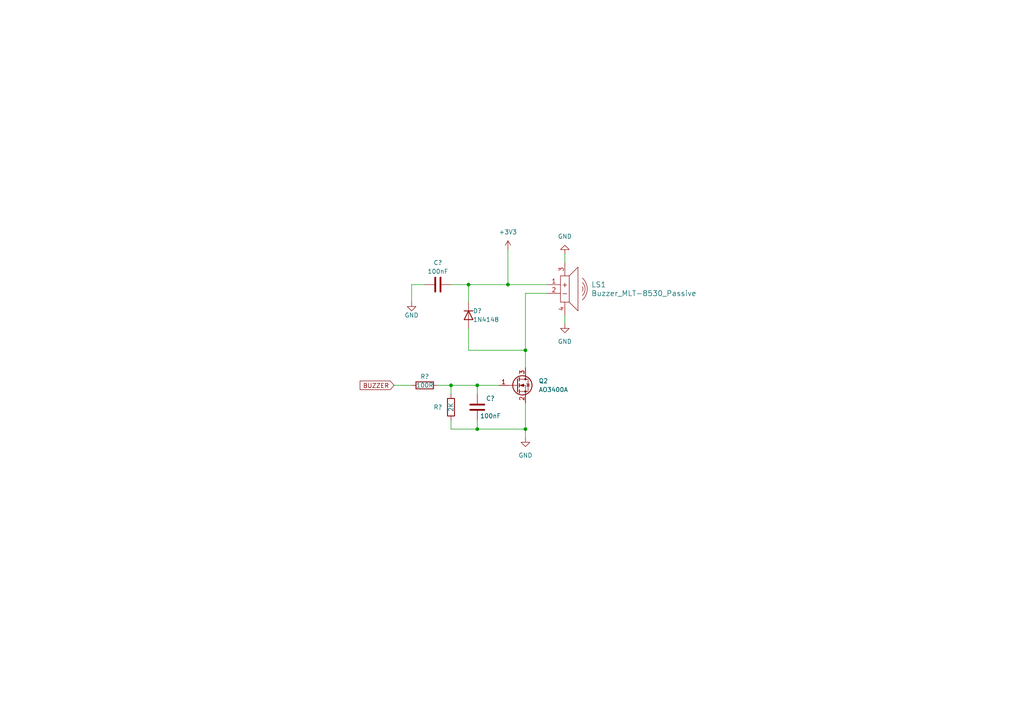
<source format=kicad_sch>
(kicad_sch (version 20230121) (generator eeschema)

  (uuid 6b9cdc44-a138-4526-8c0e-9acdf5e9f937)

  (paper "A4")

  (title_block
    (title "ChronoVolt_Control")
    (date "2023-10-08")
    (rev "0.3")
    (company "Final Resolution")
  )

  (lib_symbols
    (symbol "ChronoVolt_Lib:Buzzer_MLT-8530_Passive" (pin_names (offset 1.016)) (in_bom yes) (on_board yes)
      (property "Reference" "LS2" (at 6.35 1.27 0)
        (effects (font (size 1.524 1.524)) (justify left))
      )
      (property "Value" "Buzzer_MLT-8530_Passive" (at 6.35 -1.27 0)
        (effects (font (size 1.524 1.524)) (justify left))
      )
      (property "Footprint" "Final_MIX-EXP:BUZ-SMD_4P-L8.5-W8.5-TL" (at 0 -6.35 0)
        (effects (font (size 1.524 1.524)) hide)
      )
      (property "Datasheet" "" (at 0 0 0)
        (effects (font (size 1.524 1.524)) hide)
      )
      (property "ki_fp_filters" "HYG9605B" (at 0 0 0)
        (effects (font (size 1.27 1.27)) hide)
      )
      (symbol "Buzzer_MLT-8530_Passive_0_0"
        (arc (start 3.81 -3.175) (mid 5.2198 0) (end 3.81 3.175)
          (stroke (width 0) (type default))
          (fill (type none))
        )
        (arc (start 3.81 -1.905) (mid 4.5991 0) (end 3.81 1.905)
          (stroke (width 0) (type default))
          (fill (type none))
        )
        (text "+" (at -1.27 1.27 0)
          (effects (font (size 1.524 1.524)))
        )
        (text "-" (at -1.27 -1.27 0)
          (effects (font (size 1.524 1.524)))
        )
      )
      (symbol "Buzzer_MLT-8530_Passive_0_1"
        (rectangle (start -2.54 3.81) (end 0 -3.81)
          (stroke (width 0) (type default))
          (fill (type none))
        )
        (polyline
          (pts
            (xy 0 3.81)
            (xy 2.54 6.35)
            (xy 2.54 -6.35)
            (xy 0 -3.81)
          )
          (stroke (width 0) (type default))
          (fill (type none))
        )
      )
      (symbol "Buzzer_MLT-8530_Passive_1_0"
        (arc (start 3.81 -0.635) (mid 4.0002 0) (end 3.81 0.635)
          (stroke (width 0) (type default))
          (fill (type none))
        )
      )
      (symbol "Buzzer_MLT-8530_Passive_1_1"
        (pin power_in line (at -6.35 1.27 0) (length 3.81)
          (name "~" (effects (font (size 1.27 1.27))))
          (number "1" (effects (font (size 1.27 1.27))))
        )
        (pin power_in line (at -6.35 -1.27 0) (length 3.81)
          (name "~" (effects (font (size 1.27 1.27))))
          (number "2" (effects (font (size 1.27 1.27))))
        )
        (pin passive line (at -1.27 7.62 270) (length 3.81)
          (name "~" (effects (font (size 1.27 1.27))))
          (number "3" (effects (font (size 1.27 1.27))))
        )
        (pin passive line (at -1.27 -7.62 90) (length 3.81)
          (name "~" (effects (font (size 1.27 1.27))))
          (number "4" (effects (font (size 1.27 1.27))))
        )
      )
    )
    (symbol "Device:C" (pin_numbers hide) (pin_names (offset 0.254)) (in_bom yes) (on_board yes)
      (property "Reference" "C" (at 0.635 2.54 0)
        (effects (font (size 1.27 1.27)) (justify left))
      )
      (property "Value" "C" (at 0.635 -2.54 0)
        (effects (font (size 1.27 1.27)) (justify left))
      )
      (property "Footprint" "" (at 0.9652 -3.81 0)
        (effects (font (size 1.27 1.27)) hide)
      )
      (property "Datasheet" "~" (at 0 0 0)
        (effects (font (size 1.27 1.27)) hide)
      )
      (property "ki_keywords" "cap capacitor" (at 0 0 0)
        (effects (font (size 1.27 1.27)) hide)
      )
      (property "ki_description" "Unpolarized capacitor" (at 0 0 0)
        (effects (font (size 1.27 1.27)) hide)
      )
      (property "ki_fp_filters" "C_*" (at 0 0 0)
        (effects (font (size 1.27 1.27)) hide)
      )
      (symbol "C_0_1"
        (polyline
          (pts
            (xy -2.032 -0.762)
            (xy 2.032 -0.762)
          )
          (stroke (width 0.508) (type default))
          (fill (type none))
        )
        (polyline
          (pts
            (xy -2.032 0.762)
            (xy 2.032 0.762)
          )
          (stroke (width 0.508) (type default))
          (fill (type none))
        )
      )
      (symbol "C_1_1"
        (pin passive line (at 0 3.81 270) (length 2.794)
          (name "~" (effects (font (size 1.27 1.27))))
          (number "1" (effects (font (size 1.27 1.27))))
        )
        (pin passive line (at 0 -3.81 90) (length 2.794)
          (name "~" (effects (font (size 1.27 1.27))))
          (number "2" (effects (font (size 1.27 1.27))))
        )
      )
    )
    (symbol "Device:R" (pin_numbers hide) (pin_names (offset 0)) (in_bom yes) (on_board yes)
      (property "Reference" "R" (at 2.032 0 90)
        (effects (font (size 1.27 1.27)))
      )
      (property "Value" "R" (at 0 0 90)
        (effects (font (size 1.27 1.27)))
      )
      (property "Footprint" "" (at -1.778 0 90)
        (effects (font (size 1.27 1.27)) hide)
      )
      (property "Datasheet" "~" (at 0 0 0)
        (effects (font (size 1.27 1.27)) hide)
      )
      (property "ki_keywords" "R res resistor" (at 0 0 0)
        (effects (font (size 1.27 1.27)) hide)
      )
      (property "ki_description" "Resistor" (at 0 0 0)
        (effects (font (size 1.27 1.27)) hide)
      )
      (property "ki_fp_filters" "R_*" (at 0 0 0)
        (effects (font (size 1.27 1.27)) hide)
      )
      (symbol "R_0_1"
        (rectangle (start -1.016 -2.54) (end 1.016 2.54)
          (stroke (width 0.254) (type default))
          (fill (type none))
        )
      )
      (symbol "R_1_1"
        (pin passive line (at 0 3.81 270) (length 1.27)
          (name "~" (effects (font (size 1.27 1.27))))
          (number "1" (effects (font (size 1.27 1.27))))
        )
        (pin passive line (at 0 -3.81 90) (length 1.27)
          (name "~" (effects (font (size 1.27 1.27))))
          (number "2" (effects (font (size 1.27 1.27))))
        )
      )
    )
    (symbol "Diode:1N4148" (pin_numbers hide) (pin_names hide) (in_bom yes) (on_board yes)
      (property "Reference" "D" (at 0 2.54 0)
        (effects (font (size 1.27 1.27)))
      )
      (property "Value" "1N4148" (at 0 -2.54 0)
        (effects (font (size 1.27 1.27)))
      )
      (property "Footprint" "Diode_THT:D_DO-35_SOD27_P7.62mm_Horizontal" (at 0 0 0)
        (effects (font (size 1.27 1.27)) hide)
      )
      (property "Datasheet" "https://assets.nexperia.com/documents/data-sheet/1N4148_1N4448.pdf" (at 0 0 0)
        (effects (font (size 1.27 1.27)) hide)
      )
      (property "Sim.Device" "D" (at 0 0 0)
        (effects (font (size 1.27 1.27)) hide)
      )
      (property "Sim.Pins" "1=K 2=A" (at 0 0 0)
        (effects (font (size 1.27 1.27)) hide)
      )
      (property "ki_keywords" "diode" (at 0 0 0)
        (effects (font (size 1.27 1.27)) hide)
      )
      (property "ki_description" "100V 0.15A standard switching diode, DO-35" (at 0 0 0)
        (effects (font (size 1.27 1.27)) hide)
      )
      (property "ki_fp_filters" "D*DO?35*" (at 0 0 0)
        (effects (font (size 1.27 1.27)) hide)
      )
      (symbol "1N4148_0_1"
        (polyline
          (pts
            (xy -1.27 1.27)
            (xy -1.27 -1.27)
          )
          (stroke (width 0.254) (type default))
          (fill (type none))
        )
        (polyline
          (pts
            (xy 1.27 0)
            (xy -1.27 0)
          )
          (stroke (width 0) (type default))
          (fill (type none))
        )
        (polyline
          (pts
            (xy 1.27 1.27)
            (xy 1.27 -1.27)
            (xy -1.27 0)
            (xy 1.27 1.27)
          )
          (stroke (width 0.254) (type default))
          (fill (type none))
        )
      )
      (symbol "1N4148_1_1"
        (pin passive line (at -3.81 0 0) (length 2.54)
          (name "K" (effects (font (size 1.27 1.27))))
          (number "1" (effects (font (size 1.27 1.27))))
        )
        (pin passive line (at 3.81 0 180) (length 2.54)
          (name "A" (effects (font (size 1.27 1.27))))
          (number "2" (effects (font (size 1.27 1.27))))
        )
      )
    )
    (symbol "Transistor_FET:AO3400A" (pin_names hide) (in_bom yes) (on_board yes)
      (property "Reference" "Q" (at 5.08 1.905 0)
        (effects (font (size 1.27 1.27)) (justify left))
      )
      (property "Value" "AO3400A" (at 5.08 0 0)
        (effects (font (size 1.27 1.27)) (justify left))
      )
      (property "Footprint" "Package_TO_SOT_SMD:SOT-23" (at 5.08 -1.905 0)
        (effects (font (size 1.27 1.27) italic) (justify left) hide)
      )
      (property "Datasheet" "http://www.aosmd.com/pdfs/datasheet/AO3400A.pdf" (at 0 0 0)
        (effects (font (size 1.27 1.27)) (justify left) hide)
      )
      (property "ki_keywords" "N-Channel MOSFET" (at 0 0 0)
        (effects (font (size 1.27 1.27)) hide)
      )
      (property "ki_description" "30V Vds, 5.7A Id, N-Channel MOSFET, SOT-23" (at 0 0 0)
        (effects (font (size 1.27 1.27)) hide)
      )
      (property "ki_fp_filters" "SOT?23*" (at 0 0 0)
        (effects (font (size 1.27 1.27)) hide)
      )
      (symbol "AO3400A_0_1"
        (polyline
          (pts
            (xy 0.254 0)
            (xy -2.54 0)
          )
          (stroke (width 0) (type default))
          (fill (type none))
        )
        (polyline
          (pts
            (xy 0.254 1.905)
            (xy 0.254 -1.905)
          )
          (stroke (width 0.254) (type default))
          (fill (type none))
        )
        (polyline
          (pts
            (xy 0.762 -1.27)
            (xy 0.762 -2.286)
          )
          (stroke (width 0.254) (type default))
          (fill (type none))
        )
        (polyline
          (pts
            (xy 0.762 0.508)
            (xy 0.762 -0.508)
          )
          (stroke (width 0.254) (type default))
          (fill (type none))
        )
        (polyline
          (pts
            (xy 0.762 2.286)
            (xy 0.762 1.27)
          )
          (stroke (width 0.254) (type default))
          (fill (type none))
        )
        (polyline
          (pts
            (xy 2.54 2.54)
            (xy 2.54 1.778)
          )
          (stroke (width 0) (type default))
          (fill (type none))
        )
        (polyline
          (pts
            (xy 2.54 -2.54)
            (xy 2.54 0)
            (xy 0.762 0)
          )
          (stroke (width 0) (type default))
          (fill (type none))
        )
        (polyline
          (pts
            (xy 0.762 -1.778)
            (xy 3.302 -1.778)
            (xy 3.302 1.778)
            (xy 0.762 1.778)
          )
          (stroke (width 0) (type default))
          (fill (type none))
        )
        (polyline
          (pts
            (xy 1.016 0)
            (xy 2.032 0.381)
            (xy 2.032 -0.381)
            (xy 1.016 0)
          )
          (stroke (width 0) (type default))
          (fill (type outline))
        )
        (polyline
          (pts
            (xy 2.794 0.508)
            (xy 2.921 0.381)
            (xy 3.683 0.381)
            (xy 3.81 0.254)
          )
          (stroke (width 0) (type default))
          (fill (type none))
        )
        (polyline
          (pts
            (xy 3.302 0.381)
            (xy 2.921 -0.254)
            (xy 3.683 -0.254)
            (xy 3.302 0.381)
          )
          (stroke (width 0) (type default))
          (fill (type none))
        )
        (circle (center 1.651 0) (radius 2.794)
          (stroke (width 0.254) (type default))
          (fill (type none))
        )
        (circle (center 2.54 -1.778) (radius 0.254)
          (stroke (width 0) (type default))
          (fill (type outline))
        )
        (circle (center 2.54 1.778) (radius 0.254)
          (stroke (width 0) (type default))
          (fill (type outline))
        )
      )
      (symbol "AO3400A_1_1"
        (pin input line (at -5.08 0 0) (length 2.54)
          (name "G" (effects (font (size 1.27 1.27))))
          (number "1" (effects (font (size 1.27 1.27))))
        )
        (pin passive line (at 2.54 -5.08 90) (length 2.54)
          (name "S" (effects (font (size 1.27 1.27))))
          (number "2" (effects (font (size 1.27 1.27))))
        )
        (pin passive line (at 2.54 5.08 270) (length 2.54)
          (name "D" (effects (font (size 1.27 1.27))))
          (number "3" (effects (font (size 1.27 1.27))))
        )
      )
    )
    (symbol "power:+3V3" (power) (pin_names (offset 0)) (in_bom yes) (on_board yes)
      (property "Reference" "#PWR" (at 0 -3.81 0)
        (effects (font (size 1.27 1.27)) hide)
      )
      (property "Value" "+3V3" (at 0 3.556 0)
        (effects (font (size 1.27 1.27)))
      )
      (property "Footprint" "" (at 0 0 0)
        (effects (font (size 1.27 1.27)) hide)
      )
      (property "Datasheet" "" (at 0 0 0)
        (effects (font (size 1.27 1.27)) hide)
      )
      (property "ki_keywords" "global power" (at 0 0 0)
        (effects (font (size 1.27 1.27)) hide)
      )
      (property "ki_description" "Power symbol creates a global label with name \"+3V3\"" (at 0 0 0)
        (effects (font (size 1.27 1.27)) hide)
      )
      (symbol "+3V3_0_1"
        (polyline
          (pts
            (xy -0.762 1.27)
            (xy 0 2.54)
          )
          (stroke (width 0) (type default))
          (fill (type none))
        )
        (polyline
          (pts
            (xy 0 0)
            (xy 0 2.54)
          )
          (stroke (width 0) (type default))
          (fill (type none))
        )
        (polyline
          (pts
            (xy 0 2.54)
            (xy 0.762 1.27)
          )
          (stroke (width 0) (type default))
          (fill (type none))
        )
      )
      (symbol "+3V3_1_1"
        (pin power_in line (at 0 0 90) (length 0) hide
          (name "+3V3" (effects (font (size 1.27 1.27))))
          (number "1" (effects (font (size 1.27 1.27))))
        )
      )
    )
    (symbol "power:GND" (power) (pin_names (offset 0)) (in_bom yes) (on_board yes)
      (property "Reference" "#PWR" (at 0 -6.35 0)
        (effects (font (size 1.27 1.27)) hide)
      )
      (property "Value" "GND" (at 0 -3.81 0)
        (effects (font (size 1.27 1.27)))
      )
      (property "Footprint" "" (at 0 0 0)
        (effects (font (size 1.27 1.27)) hide)
      )
      (property "Datasheet" "" (at 0 0 0)
        (effects (font (size 1.27 1.27)) hide)
      )
      (property "ki_keywords" "global power" (at 0 0 0)
        (effects (font (size 1.27 1.27)) hide)
      )
      (property "ki_description" "Power symbol creates a global label with name \"GND\" , ground" (at 0 0 0)
        (effects (font (size 1.27 1.27)) hide)
      )
      (symbol "GND_0_1"
        (polyline
          (pts
            (xy 0 0)
            (xy 0 -1.27)
            (xy 1.27 -1.27)
            (xy 0 -2.54)
            (xy -1.27 -1.27)
            (xy 0 -1.27)
          )
          (stroke (width 0) (type default))
          (fill (type none))
        )
      )
      (symbol "GND_1_1"
        (pin power_in line (at 0 0 270) (length 0) hide
          (name "GND" (effects (font (size 1.27 1.27))))
          (number "1" (effects (font (size 1.27 1.27))))
        )
      )
    )
  )

  (junction (at 135.89 82.55) (diameter 0) (color 0 0 0 0)
    (uuid 5297fa32-2549-4c85-820d-839bbb74d3f7)
  )
  (junction (at 138.43 111.76) (diameter 0) (color 0 0 0 0)
    (uuid 5feea094-20a1-4d0b-921a-11e46f24ae23)
  )
  (junction (at 130.81 111.76) (diameter 0) (color 0 0 0 0)
    (uuid a5f0525a-9ef9-4e81-91e4-b215cc973226)
  )
  (junction (at 138.43 124.46) (diameter 0) (color 0 0 0 0)
    (uuid ba2d09a5-4ede-4315-91e7-a20ac02c2d3f)
  )
  (junction (at 147.32 82.55) (diameter 0) (color 0 0 0 0)
    (uuid d9d18e32-e6a2-48ef-99f2-6f95d3c483b0)
  )
  (junction (at 152.4 101.6) (diameter 0) (color 0 0 0 0)
    (uuid ecda5643-e735-47c5-a564-0adc48430e17)
  )
  (junction (at 152.4 124.46) (diameter 0) (color 0 0 0 0)
    (uuid f2559386-6f65-4197-aab3-4b65e4f6fd36)
  )

  (wire (pts (xy 138.43 121.92) (xy 138.43 124.46))
    (stroke (width 0) (type default))
    (uuid 0882e977-ccc2-4858-8d14-de42f8e64e13)
  )
  (wire (pts (xy 130.81 124.46) (xy 138.43 124.46))
    (stroke (width 0) (type default))
    (uuid 09dce27e-1eaf-4c83-9994-d16d94c4c601)
  )
  (wire (pts (xy 130.81 111.76) (xy 130.81 114.3))
    (stroke (width 0) (type default))
    (uuid 0e812f51-4153-4da2-ae7f-e24eabc64e92)
  )
  (wire (pts (xy 135.89 95.25) (xy 135.89 101.6))
    (stroke (width 0) (type default))
    (uuid 2294e99e-7ce5-496c-bbfa-5a1f00ec3b66)
  )
  (wire (pts (xy 152.4 124.46) (xy 152.4 116.84))
    (stroke (width 0) (type default))
    (uuid 43c4b87f-e8ce-49ad-aaf9-a77ba6c71e19)
  )
  (wire (pts (xy 135.89 101.6) (xy 152.4 101.6))
    (stroke (width 0) (type default))
    (uuid 4f2db82a-a69a-426e-b9ab-2bfe384e4b57)
  )
  (wire (pts (xy 114.3 111.76) (xy 119.38 111.76))
    (stroke (width 0) (type default))
    (uuid 4f511701-1a93-4c9c-9b24-040174c6a6e2)
  )
  (wire (pts (xy 123.19 82.55) (xy 119.38 82.55))
    (stroke (width 0) (type default))
    (uuid 5f9d07c7-0429-41ea-a525-ed0e7aaa977c)
  )
  (wire (pts (xy 135.89 82.55) (xy 147.32 82.55))
    (stroke (width 0) (type default))
    (uuid 64d57ac0-f904-4cbc-bef2-9c3cbce8327b)
  )
  (wire (pts (xy 119.38 82.55) (xy 119.38 87.63))
    (stroke (width 0) (type default))
    (uuid 689018bc-18a2-43db-99e9-9350bc79e522)
  )
  (wire (pts (xy 138.43 114.3) (xy 138.43 111.76))
    (stroke (width 0) (type default))
    (uuid 68b57144-2a47-466e-8a17-6e0a0729bb90)
  )
  (wire (pts (xy 152.4 127) (xy 152.4 124.46))
    (stroke (width 0) (type default))
    (uuid 7642618f-44b5-4b92-9e37-2e17ee936dcf)
  )
  (wire (pts (xy 152.4 85.09) (xy 152.4 101.6))
    (stroke (width 0) (type default))
    (uuid 86167440-bdc8-419c-a95a-4d12bede6b96)
  )
  (wire (pts (xy 130.81 111.76) (xy 138.43 111.76))
    (stroke (width 0) (type default))
    (uuid 8b8f36e0-7aa1-4e6e-99a3-d4fb164759e8)
  )
  (wire (pts (xy 127 111.76) (xy 130.81 111.76))
    (stroke (width 0) (type default))
    (uuid 8fca5a07-5add-42b0-8e8a-41b3e70e6e94)
  )
  (wire (pts (xy 147.32 72.39) (xy 147.32 82.55))
    (stroke (width 0) (type default))
    (uuid 924bc9f2-de8f-4737-b197-e4cbd191f083)
  )
  (wire (pts (xy 138.43 111.76) (xy 144.78 111.76))
    (stroke (width 0) (type default))
    (uuid 958fdcd0-d88e-4934-8b48-a5fe7367c6b4)
  )
  (wire (pts (xy 138.43 124.46) (xy 152.4 124.46))
    (stroke (width 0) (type default))
    (uuid 9c2ac448-fc0b-4c16-ad97-42cabdd69389)
  )
  (wire (pts (xy 163.83 73.66) (xy 163.83 76.2))
    (stroke (width 0) (type default))
    (uuid a1c3f411-4f71-419a-b926-043897ebe369)
  )
  (wire (pts (xy 147.32 82.55) (xy 158.75 82.55))
    (stroke (width 0) (type default))
    (uuid ab9d7703-2162-4b14-ad44-ef202e069d6a)
  )
  (wire (pts (xy 163.83 93.98) (xy 163.83 91.44))
    (stroke (width 0) (type default))
    (uuid c258376e-0a32-4283-bd5c-9a50e7a50f8b)
  )
  (wire (pts (xy 130.81 82.55) (xy 135.89 82.55))
    (stroke (width 0) (type default))
    (uuid c92d4775-9678-4afa-b86d-6ed211c5a7ef)
  )
  (wire (pts (xy 135.89 82.55) (xy 135.89 87.63))
    (stroke (width 0) (type default))
    (uuid d3584c0c-f4a4-4040-9873-bcb078c23ae0)
  )
  (wire (pts (xy 152.4 101.6) (xy 152.4 106.68))
    (stroke (width 0) (type default))
    (uuid d89a6ca2-73d6-4a67-a526-9b31f5f135d1)
  )
  (wire (pts (xy 158.75 85.09) (xy 152.4 85.09))
    (stroke (width 0) (type default))
    (uuid e135f894-e5cd-466a-8a56-0c39b626f9a7)
  )
  (wire (pts (xy 130.81 121.92) (xy 130.81 124.46))
    (stroke (width 0) (type default))
    (uuid ed5d2a5e-3a72-47d1-8f92-52c120e5188f)
  )

  (global_label "BUZZER" (shape input) (at 114.3 111.76 180) (fields_autoplaced)
    (effects (font (size 1.27 1.27)) (justify right))
    (uuid 99366a0d-bb4f-4738-b48d-a8a810568a50)
    (property "Intersheetrefs" "${INTERSHEET_REFS}" (at 104.4483 111.6806 0)
      (effects (font (size 1.27 1.27)) (justify right))
    )
  )

  (symbol (lib_id "Diode:1N4148") (at 135.89 91.44 270) (unit 1)
    (in_bom yes) (on_board yes) (dnp no)
    (uuid 15685992-8564-4baa-a578-1e7c91b0c999)
    (property "Reference" "D?" (at 137.16 90.17 90)
      (effects (font (size 1.27 1.27)) (justify left))
    )
    (property "Value" "1N4148" (at 137.16 92.71 90)
      (effects (font (size 1.27 1.27)) (justify left))
    )
    (property "Footprint" "Diode_SMD:D_SOD-323" (at 131.445 91.44 0)
      (effects (font (size 1.27 1.27)) hide)
    )
    (property "Datasheet" "https://assets.nexperia.com/documents/data-sheet/1N4148_1N4448.pdf" (at 135.89 91.44 0)
      (effects (font (size 1.27 1.27)) hide)
    )
    (property "Sim.Device" "D" (at 135.89 91.44 0)
      (effects (font (size 1.27 1.27)) hide)
    )
    (property "Sim.Pins" "1=K 2=A" (at 135.89 91.44 0)
      (effects (font (size 1.27 1.27)) hide)
    )
    (pin "1" (uuid dbf38e35-dab3-4401-8776-8f981205ac0b))
    (pin "2" (uuid 5e8cd730-9215-46ee-acb1-c5edb4e268f3))
    (instances
      (project "Final_MIX-EXP"
        (path "/57d1654d-9c25-44d8-bc57-77f170ab94a5/35c5e209-77c2-4556-86eb-7cff54f3cb1d"
          (reference "D?") (unit 1)
        )
      )
      (project "ChronoVolt_Control"
        (path "/cceb3d39-99f1-4cc7-aa1d-f414cbebc8ea/3f55c0a7-9882-4f9a-8bc5-6a2cd49d37e3"
          (reference "D14") (unit 1)
        )
      )
    )
  )

  (symbol (lib_id "Device:R") (at 123.19 111.76 90) (unit 1)
    (in_bom yes) (on_board yes) (dnp no)
    (uuid 27d7e6c4-b410-40f0-8662-73895532f398)
    (property "Reference" "R?" (at 123.19 109.22 90)
      (effects (font (size 1.27 1.27)))
    )
    (property "Value" "100R" (at 123.19 111.76 90)
      (effects (font (size 1.27 1.27)))
    )
    (property "Footprint" "Resistor_SMD:R_0603_1608Metric" (at 123.19 113.538 90)
      (effects (font (size 1.27 1.27)) hide)
    )
    (property "Datasheet" "~" (at 123.19 111.76 0)
      (effects (font (size 1.27 1.27)) hide)
    )
    (pin "1" (uuid 84b520c2-c5fb-4ffe-95d7-1ac2ae806fea))
    (pin "2" (uuid 817225e7-73dc-4584-8ae4-4ba5c8a56207))
    (instances
      (project "Final_MIX-EXP"
        (path "/57d1654d-9c25-44d8-bc57-77f170ab94a5/35c5e209-77c2-4556-86eb-7cff54f3cb1d"
          (reference "R?") (unit 1)
        )
      )
      (project "ChronoVolt_Control"
        (path "/cceb3d39-99f1-4cc7-aa1d-f414cbebc8ea/3f55c0a7-9882-4f9a-8bc5-6a2cd49d37e3"
          (reference "R34") (unit 1)
        )
      )
    )
  )

  (symbol (lib_id "ChronoVolt_Lib:Buzzer_MLT-8530_Passive") (at 165.1 83.82 0) (unit 1)
    (in_bom yes) (on_board yes) (dnp no) (fields_autoplaced)
    (uuid 3a63ff9c-ccbf-4ff6-83bc-f21bc182c06e)
    (property "Reference" "LS1" (at 171.45 82.55 0)
      (effects (font (size 1.524 1.524)) (justify left))
    )
    (property "Value" "Buzzer_MLT-8530_Passive" (at 171.45 85.09 0)
      (effects (font (size 1.524 1.524)) (justify left))
    )
    (property "Footprint" "ChronoVolt_Lib:BUZ-SMD_4P-L8.5-W8.5-TL" (at 165.1 90.17 0)
      (effects (font (size 1.524 1.524)) hide)
    )
    (property "Datasheet" "" (at 165.1 83.82 0)
      (effects (font (size 1.524 1.524)) hide)
    )
    (pin "1" (uuid 6c630caa-9ca0-4bab-98c2-d1fc753cf273))
    (pin "2" (uuid 233c933e-2ebc-4609-b61e-2547c32838e3))
    (pin "3" (uuid 3c5db038-3896-4aa9-ab40-cb1586a2b649))
    (pin "4" (uuid 56ff8b6b-bb9e-4dc4-84e8-212c579e9fbe))
    (instances
      (project "ChronoVolt_Control"
        (path "/cceb3d39-99f1-4cc7-aa1d-f414cbebc8ea/3f55c0a7-9882-4f9a-8bc5-6a2cd49d37e3"
          (reference "LS1") (unit 1)
        )
      )
    )
  )

  (symbol (lib_id "power:GND") (at 152.4 127 0) (unit 1)
    (in_bom yes) (on_board yes) (dnp no) (fields_autoplaced)
    (uuid 484d2d1c-5e2c-46fb-b392-3b53d9ef9422)
    (property "Reference" "#PWR?" (at 152.4 133.35 0)
      (effects (font (size 1.27 1.27)) hide)
    )
    (property "Value" "GND" (at 152.4 132.08 0)
      (effects (font (size 1.27 1.27)))
    )
    (property "Footprint" "" (at 152.4 127 0)
      (effects (font (size 1.27 1.27)) hide)
    )
    (property "Datasheet" "" (at 152.4 127 0)
      (effects (font (size 1.27 1.27)) hide)
    )
    (pin "1" (uuid 75ab883d-5998-4e56-b1ba-ec6f6a5d665c))
    (instances
      (project "Final_MIX-EXP"
        (path "/57d1654d-9c25-44d8-bc57-77f170ab94a5/35c5e209-77c2-4556-86eb-7cff54f3cb1d"
          (reference "#PWR?") (unit 1)
        )
      )
      (project "ChronoVolt_Control"
        (path "/cceb3d39-99f1-4cc7-aa1d-f414cbebc8ea/3f55c0a7-9882-4f9a-8bc5-6a2cd49d37e3"
          (reference "#PWR073") (unit 1)
        )
      )
    )
  )

  (symbol (lib_id "Transistor_FET:AO3400A") (at 149.86 111.76 0) (unit 1)
    (in_bom yes) (on_board yes) (dnp no) (fields_autoplaced)
    (uuid 5a549597-5ac0-4e5d-bde4-d2f404955bc0)
    (property "Reference" "Q2" (at 156.21 110.49 0)
      (effects (font (size 1.27 1.27)) (justify left))
    )
    (property "Value" "AO3400A" (at 156.21 113.03 0)
      (effects (font (size 1.27 1.27)) (justify left))
    )
    (property "Footprint" "Package_TO_SOT_SMD:SOT-23" (at 154.94 113.665 0)
      (effects (font (size 1.27 1.27) italic) (justify left) hide)
    )
    (property "Datasheet" "http://www.aosmd.com/pdfs/datasheet/AO3400A.pdf" (at 149.86 111.76 0)
      (effects (font (size 1.27 1.27)) (justify left) hide)
    )
    (pin "1" (uuid 0d72e049-8656-4ac0-abd5-7685b1d1f16a))
    (pin "2" (uuid 3a0c5989-a1da-4559-8e38-e20e9692f81e))
    (pin "3" (uuid 052e4750-6717-480c-a2de-adb969001bae))
    (instances
      (project "Final_MIX-EXP"
        (path "/57d1654d-9c25-44d8-bc57-77f170ab94a5/35c5e209-77c2-4556-86eb-7cff54f3cb1d"
          (reference "Q2") (unit 1)
        )
      )
      (project "ChronoVolt_Control"
        (path "/cceb3d39-99f1-4cc7-aa1d-f414cbebc8ea/3f55c0a7-9882-4f9a-8bc5-6a2cd49d37e3"
          (reference "Q3") (unit 1)
        )
      )
    )
  )

  (symbol (lib_id "power:GND") (at 119.38 87.63 0) (unit 1)
    (in_bom yes) (on_board yes) (dnp no)
    (uuid 706ed60d-0455-4a1d-baf1-a1073f1f6fcd)
    (property "Reference" "#PWR?" (at 119.38 93.98 0)
      (effects (font (size 1.27 1.27)) hide)
    )
    (property "Value" "GND" (at 119.38 91.44 0)
      (effects (font (size 1.27 1.27)))
    )
    (property "Footprint" "" (at 119.38 87.63 0)
      (effects (font (size 1.27 1.27)) hide)
    )
    (property "Datasheet" "" (at 119.38 87.63 0)
      (effects (font (size 1.27 1.27)) hide)
    )
    (pin "1" (uuid 2a7d03b4-b821-499a-8acb-e1ee19175131))
    (instances
      (project "Final_MIX-EXP"
        (path "/57d1654d-9c25-44d8-bc57-77f170ab94a5/35c5e209-77c2-4556-86eb-7cff54f3cb1d"
          (reference "#PWR?") (unit 1)
        )
      )
      (project "ChronoVolt_Control"
        (path "/cceb3d39-99f1-4cc7-aa1d-f414cbebc8ea/3f55c0a7-9882-4f9a-8bc5-6a2cd49d37e3"
          (reference "#PWR070") (unit 1)
        )
      )
    )
  )

  (symbol (lib_id "Device:R") (at 130.81 118.11 180) (unit 1)
    (in_bom yes) (on_board yes) (dnp no)
    (uuid 7e3c39a7-4403-4563-b40c-ede43ef4663e)
    (property "Reference" "R?" (at 127 118.11 0)
      (effects (font (size 1.27 1.27)))
    )
    (property "Value" "2K" (at 130.81 118.11 90)
      (effects (font (size 1.27 1.27)))
    )
    (property "Footprint" "Resistor_SMD:R_0603_1608Metric" (at 132.588 118.11 90)
      (effects (font (size 1.27 1.27)) hide)
    )
    (property "Datasheet" "~" (at 130.81 118.11 0)
      (effects (font (size 1.27 1.27)) hide)
    )
    (pin "1" (uuid e5d2aa7c-dac1-40dd-84ac-7315cb9ae4bd))
    (pin "2" (uuid d516b269-84cc-4023-8cd1-1572fa14485c))
    (instances
      (project "Final_MIX-EXP"
        (path "/57d1654d-9c25-44d8-bc57-77f170ab94a5/35c5e209-77c2-4556-86eb-7cff54f3cb1d"
          (reference "R?") (unit 1)
        )
      )
      (project "ChronoVolt_Control"
        (path "/cceb3d39-99f1-4cc7-aa1d-f414cbebc8ea/3f55c0a7-9882-4f9a-8bc5-6a2cd49d37e3"
          (reference "R35") (unit 1)
        )
      )
    )
  )

  (symbol (lib_id "power:GND") (at 163.83 73.66 180) (unit 1)
    (in_bom yes) (on_board yes) (dnp no) (fields_autoplaced)
    (uuid 7e45186f-6127-4b7a-8616-ded73c0a6baf)
    (property "Reference" "#PWR0117" (at 163.83 67.31 0)
      (effects (font (size 1.27 1.27)) hide)
    )
    (property "Value" "GND" (at 163.83 68.58 0)
      (effects (font (size 1.27 1.27)))
    )
    (property "Footprint" "" (at 163.83 73.66 0)
      (effects (font (size 1.27 1.27)) hide)
    )
    (property "Datasheet" "" (at 163.83 73.66 0)
      (effects (font (size 1.27 1.27)) hide)
    )
    (pin "1" (uuid 9aeb24e6-8f8c-4719-ae93-c31f4e3be6c9))
    (instances
      (project "Final_MIX-EXP"
        (path "/57d1654d-9c25-44d8-bc57-77f170ab94a5/35c5e209-77c2-4556-86eb-7cff54f3cb1d"
          (reference "#PWR0117") (unit 1)
        )
      )
      (project "ChronoVolt_Control"
        (path "/cceb3d39-99f1-4cc7-aa1d-f414cbebc8ea/3f55c0a7-9882-4f9a-8bc5-6a2cd49d37e3"
          (reference "#PWR08") (unit 1)
        )
      )
    )
  )

  (symbol (lib_id "Device:C") (at 138.43 118.11 0) (unit 1)
    (in_bom yes) (on_board yes) (dnp no)
    (uuid 9c769675-1fad-4a27-bf57-de33d4f1ae1a)
    (property "Reference" "C?" (at 142.24 115.57 0)
      (effects (font (size 1.27 1.27)))
    )
    (property "Value" "100nF" (at 142.24 120.65 0)
      (effects (font (size 1.27 1.27)))
    )
    (property "Footprint" "Capacitor_SMD:C_0603_1608Metric" (at 139.3952 121.92 0)
      (effects (font (size 1.27 1.27)) hide)
    )
    (property "Datasheet" "~" (at 138.43 118.11 0)
      (effects (font (size 1.27 1.27)) hide)
    )
    (pin "1" (uuid 573675a5-b8fb-46f2-be50-007a62e2001d))
    (pin "2" (uuid a4fb2f4d-afe4-44bf-8576-b82f3ed5bfef))
    (instances
      (project "Final_MIX-EXP"
        (path "/57d1654d-9c25-44d8-bc57-77f170ab94a5/35c5e209-77c2-4556-86eb-7cff54f3cb1d"
          (reference "C?") (unit 1)
        )
      )
      (project "ChronoVolt_Control"
        (path "/cceb3d39-99f1-4cc7-aa1d-f414cbebc8ea/3f55c0a7-9882-4f9a-8bc5-6a2cd49d37e3"
          (reference "C30") (unit 1)
        )
      )
    )
  )

  (symbol (lib_id "Device:C") (at 127 82.55 90) (unit 1)
    (in_bom yes) (on_board yes) (dnp no)
    (uuid bc0b9ed0-1598-4312-81ea-6be9fa6a7ff3)
    (property "Reference" "C?" (at 127 76.2 90)
      (effects (font (size 1.27 1.27)))
    )
    (property "Value" "100nF" (at 127 78.74 90)
      (effects (font (size 1.27 1.27)))
    )
    (property "Footprint" "Capacitor_SMD:C_0603_1608Metric" (at 130.81 81.5848 0)
      (effects (font (size 1.27 1.27)) hide)
    )
    (property "Datasheet" "~" (at 127 82.55 0)
      (effects (font (size 1.27 1.27)) hide)
    )
    (pin "1" (uuid 749fb138-1fb8-4ec8-abfc-aaf765cb5989))
    (pin "2" (uuid 84fd2385-5ebc-4066-a414-4c70365aeb5b))
    (instances
      (project "Final_MIX-EXP"
        (path "/57d1654d-9c25-44d8-bc57-77f170ab94a5/35c5e209-77c2-4556-86eb-7cff54f3cb1d"
          (reference "C?") (unit 1)
        )
      )
      (project "ChronoVolt_Control"
        (path "/cceb3d39-99f1-4cc7-aa1d-f414cbebc8ea/3f55c0a7-9882-4f9a-8bc5-6a2cd49d37e3"
          (reference "C29") (unit 1)
        )
      )
    )
  )

  (symbol (lib_id "power:+3V3") (at 147.32 72.39 0) (unit 1)
    (in_bom yes) (on_board yes) (dnp no) (fields_autoplaced)
    (uuid d95c8bf0-2fc3-43fa-b126-4625edf65044)
    (property "Reference" "#PWR?" (at 147.32 76.2 0)
      (effects (font (size 1.27 1.27)) hide)
    )
    (property "Value" "+3V3" (at 147.32 67.31 0)
      (effects (font (size 1.27 1.27)))
    )
    (property "Footprint" "" (at 147.32 72.39 0)
      (effects (font (size 1.27 1.27)) hide)
    )
    (property "Datasheet" "" (at 147.32 72.39 0)
      (effects (font (size 1.27 1.27)) hide)
    )
    (pin "1" (uuid 345a7c04-68ee-4579-a27f-55b3aa42adeb))
    (instances
      (project "Slug-75"
        (path "/10ae08b6-c98d-4dca-bdd1-a6bdf826a88b/fc50fc01-b8d0-4389-8be8-2160b97d94b3"
          (reference "#PWR?") (unit 1)
        )
      )
      (project "ChronoVolt_Control"
        (path "/cceb3d39-99f1-4cc7-aa1d-f414cbebc8ea/3f55c0a7-9882-4f9a-8bc5-6a2cd49d37e3"
          (reference "#PWR071") (unit 1)
        )
      )
    )
  )

  (symbol (lib_id "power:GND") (at 163.83 93.98 0) (unit 1)
    (in_bom yes) (on_board yes) (dnp no) (fields_autoplaced)
    (uuid f354266e-1b8a-4fb7-a42b-6ded6bfcb2d3)
    (property "Reference" "#PWR0117" (at 163.83 100.33 0)
      (effects (font (size 1.27 1.27)) hide)
    )
    (property "Value" "GND" (at 163.83 99.06 0)
      (effects (font (size 1.27 1.27)))
    )
    (property "Footprint" "" (at 163.83 93.98 0)
      (effects (font (size 1.27 1.27)) hide)
    )
    (property "Datasheet" "" (at 163.83 93.98 0)
      (effects (font (size 1.27 1.27)) hide)
    )
    (pin "1" (uuid 418eddff-7e19-421d-bc55-f003677689f4))
    (instances
      (project "Final_MIX-EXP"
        (path "/57d1654d-9c25-44d8-bc57-77f170ab94a5/35c5e209-77c2-4556-86eb-7cff54f3cb1d"
          (reference "#PWR0117") (unit 1)
        )
      )
      (project "ChronoVolt_Control"
        (path "/cceb3d39-99f1-4cc7-aa1d-f414cbebc8ea/3f55c0a7-9882-4f9a-8bc5-6a2cd49d37e3"
          (reference "#PWR07") (unit 1)
        )
      )
    )
  )
)

</source>
